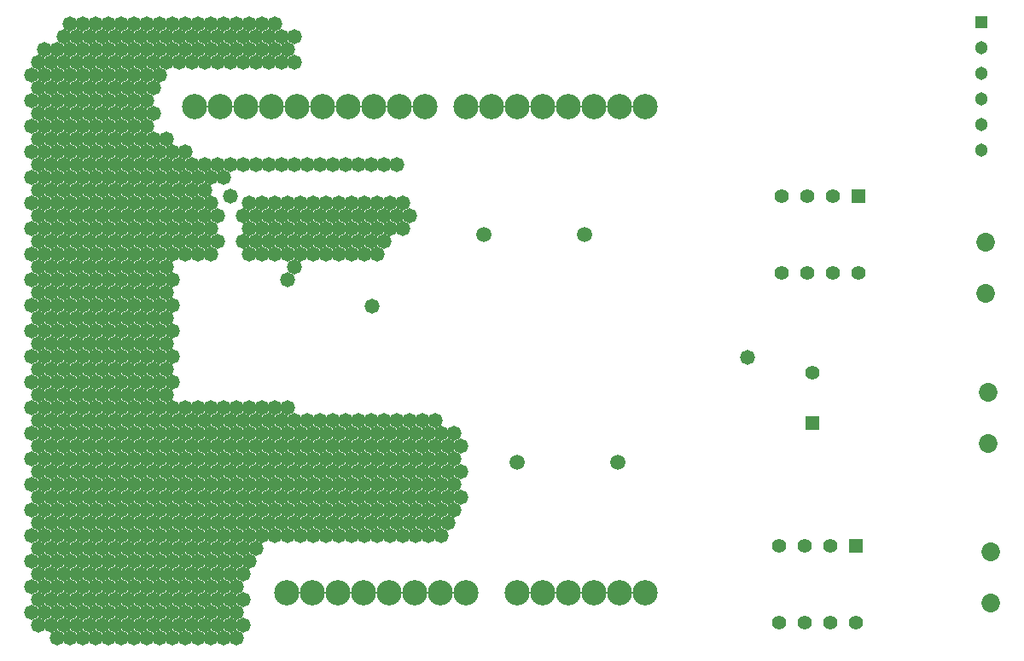
<source format=gbr>
G04*
G04 #@! TF.GenerationSoftware,Altium Limited,Altium Designer,24.10.1 (45)*
G04*
G04 Layer_Color=16711935*
%FSLAX44Y44*%
%MOMM*%
G71*
G04*
G04 #@! TF.SameCoordinates,6965692F-E9A8-49B1-8EC0-743354621B2D*
G04*
G04*
G04 #@! TF.FilePolarity,Negative*
G04*
G01*
G75*
%ADD22C,1.5032*%
%ADD23C,2.5032*%
%ADD24R,1.3032X1.3032*%
%ADD25C,1.3032*%
%ADD26C,1.8532*%
%ADD27R,1.4032X1.4032*%
%ADD28C,1.4032*%
%ADD29C,1.4732*%
D22*
X1170610Y869950D02*
D03*
X1070610D02*
D03*
X1103630Y643890D02*
D03*
X1203630D02*
D03*
D23*
X1052830Y996950D02*
D03*
X1078230D02*
D03*
X1103630D02*
D03*
X1129030D02*
D03*
X1154430D02*
D03*
X1179830D02*
D03*
X1205230D02*
D03*
X1230630D02*
D03*
X783590D02*
D03*
X808990D02*
D03*
X834390D02*
D03*
X859790D02*
D03*
X885190D02*
D03*
X910590D02*
D03*
X935990D02*
D03*
X961390D02*
D03*
X986790D02*
D03*
X1012190D02*
D03*
X1230630Y514350D02*
D03*
X1205230D02*
D03*
X1179830D02*
D03*
X1154430D02*
D03*
X1129030D02*
D03*
X1103630D02*
D03*
X1052830D02*
D03*
X1027430D02*
D03*
X1002030D02*
D03*
X976630D02*
D03*
X951230D02*
D03*
X925830D02*
D03*
X900430D02*
D03*
X875030D02*
D03*
D24*
X1564640Y1080770D02*
D03*
D25*
Y1055370D02*
D03*
Y1029970D02*
D03*
Y1004570D02*
D03*
Y979170D02*
D03*
Y953770D02*
D03*
D26*
X1570990Y662940D02*
D03*
Y713740D02*
D03*
X1568450Y811530D02*
D03*
Y862330D02*
D03*
X1573530Y504190D02*
D03*
Y554990D02*
D03*
D27*
X1397000Y683260D02*
D03*
X1442720Y908050D02*
D03*
X1440180Y561340D02*
D03*
D28*
X1397000Y733260D02*
D03*
X1442720Y831850D02*
D03*
X1417320D02*
D03*
X1391920D02*
D03*
X1366520D02*
D03*
Y908050D02*
D03*
X1391920D02*
D03*
X1417320D02*
D03*
X1440180Y485140D02*
D03*
X1414780D02*
D03*
X1389380D02*
D03*
X1363980D02*
D03*
Y561340D02*
D03*
X1389380D02*
D03*
X1414780D02*
D03*
D29*
X1041400Y673100D02*
D03*
X1047750Y660400D02*
D03*
X1041400Y647700D02*
D03*
X1047750Y635000D02*
D03*
X1041400Y622300D02*
D03*
X1047750Y609600D02*
D03*
X1041400Y596900D02*
D03*
X1028700Y673100D02*
D03*
X1035050Y660400D02*
D03*
X1028700Y647700D02*
D03*
X1035050Y635000D02*
D03*
X1028700Y622300D02*
D03*
X1035050Y609600D02*
D03*
X1028700Y596900D02*
D03*
X1035050Y584200D02*
D03*
X1028700Y571500D02*
D03*
X1022350Y685800D02*
D03*
X1016000Y673100D02*
D03*
X1022350Y660400D02*
D03*
X1016000Y647700D02*
D03*
X1022350Y635000D02*
D03*
X1016000Y622300D02*
D03*
X1022350Y609600D02*
D03*
X1016000Y596900D02*
D03*
X1022350Y584200D02*
D03*
X1016000Y571500D02*
D03*
X1009650Y685800D02*
D03*
X1003300Y673100D02*
D03*
X1009650Y660400D02*
D03*
X1003300Y647700D02*
D03*
X1009650Y635000D02*
D03*
X1003300Y622300D02*
D03*
X1009650Y609600D02*
D03*
X1003300Y596900D02*
D03*
X1009650Y584200D02*
D03*
X1003300Y571500D02*
D03*
X990600Y901700D02*
D03*
X996950Y889000D02*
D03*
X990600Y876300D02*
D03*
X996950Y685800D02*
D03*
X990600Y673100D02*
D03*
X996950Y660400D02*
D03*
X990600Y647700D02*
D03*
X996950Y635000D02*
D03*
X990600Y622300D02*
D03*
X996950Y609600D02*
D03*
X990600Y596900D02*
D03*
X996950Y584200D02*
D03*
X990600Y571500D02*
D03*
X984250Y939800D02*
D03*
X977900Y901700D02*
D03*
X984250Y889000D02*
D03*
X977900Y876300D02*
D03*
X984250Y685800D02*
D03*
X977900Y673100D02*
D03*
X984250Y660400D02*
D03*
X977900Y647700D02*
D03*
X984250Y635000D02*
D03*
X977900Y622300D02*
D03*
X984250Y609600D02*
D03*
X977900Y596900D02*
D03*
X984250Y584200D02*
D03*
X977900Y571500D02*
D03*
X971550Y939800D02*
D03*
X965200Y901700D02*
D03*
X971550Y889000D02*
D03*
X965200Y876300D02*
D03*
X971550Y863600D02*
D03*
X965200Y850900D02*
D03*
X971550Y685800D02*
D03*
X965200Y673100D02*
D03*
X971550Y660400D02*
D03*
X965200Y647700D02*
D03*
X971550Y635000D02*
D03*
X965200Y622300D02*
D03*
X971550Y609600D02*
D03*
X965200Y596900D02*
D03*
X971550Y584200D02*
D03*
X965200Y571500D02*
D03*
X958850Y939800D02*
D03*
X952500Y901700D02*
D03*
X958850Y889000D02*
D03*
X952500Y876300D02*
D03*
X958850Y863600D02*
D03*
X952500Y850900D02*
D03*
X958850Y685800D02*
D03*
X952500Y673100D02*
D03*
X958850Y660400D02*
D03*
X952500Y647700D02*
D03*
X958850Y635000D02*
D03*
X952500Y622300D02*
D03*
X958850Y609600D02*
D03*
X952500Y596900D02*
D03*
X958850Y584200D02*
D03*
X952500Y571500D02*
D03*
X946150Y939800D02*
D03*
X939800Y901700D02*
D03*
X946150Y889000D02*
D03*
X939800Y876300D02*
D03*
X946150Y863600D02*
D03*
X939800Y850900D02*
D03*
X946150Y685800D02*
D03*
X939800Y673100D02*
D03*
X946150Y660400D02*
D03*
X939800Y647700D02*
D03*
X946150Y635000D02*
D03*
X939800Y622300D02*
D03*
X946150Y609600D02*
D03*
X939800Y596900D02*
D03*
X946150Y584200D02*
D03*
X939800Y571500D02*
D03*
X933450Y939800D02*
D03*
X927100Y901700D02*
D03*
X933450Y889000D02*
D03*
X927100Y876300D02*
D03*
X933450Y863600D02*
D03*
X927100Y850900D02*
D03*
X933450Y685800D02*
D03*
X927100Y673100D02*
D03*
X933450Y660400D02*
D03*
X927100Y647700D02*
D03*
X933450Y635000D02*
D03*
X927100Y622300D02*
D03*
X933450Y609600D02*
D03*
X927100Y596900D02*
D03*
X933450Y584200D02*
D03*
X927100Y571500D02*
D03*
X920750Y939800D02*
D03*
X914400Y901700D02*
D03*
X920750Y889000D02*
D03*
X914400Y876300D02*
D03*
X920750Y863600D02*
D03*
X914400Y850900D02*
D03*
X920750Y685800D02*
D03*
X914400Y673100D02*
D03*
X920750Y660400D02*
D03*
X914400Y647700D02*
D03*
X920750Y635000D02*
D03*
X914400Y622300D02*
D03*
X920750Y609600D02*
D03*
X914400Y596900D02*
D03*
X920750Y584200D02*
D03*
X914400Y571500D02*
D03*
X908050Y939800D02*
D03*
X901700Y901700D02*
D03*
X908050Y889000D02*
D03*
X901700Y876300D02*
D03*
X908050Y863600D02*
D03*
X901700Y850900D02*
D03*
X908050Y685800D02*
D03*
X901700Y673100D02*
D03*
X908050Y660400D02*
D03*
X901700Y647700D02*
D03*
X908050Y635000D02*
D03*
X901700Y622300D02*
D03*
X908050Y609600D02*
D03*
X901700Y596900D02*
D03*
X908050Y584200D02*
D03*
X901700Y571500D02*
D03*
X895350Y939800D02*
D03*
X889000Y901700D02*
D03*
X895350Y889000D02*
D03*
X889000Y876300D02*
D03*
X895350Y863600D02*
D03*
X889000Y850900D02*
D03*
X895350Y685800D02*
D03*
X889000Y673100D02*
D03*
X895350Y660400D02*
D03*
X889000Y647700D02*
D03*
X895350Y635000D02*
D03*
X889000Y622300D02*
D03*
X895350Y609600D02*
D03*
X889000Y596900D02*
D03*
X895350Y584200D02*
D03*
X889000Y571500D02*
D03*
X882650Y1066800D02*
D03*
X876300Y1054100D02*
D03*
X882650Y1041400D02*
D03*
Y939800D02*
D03*
X876300Y901700D02*
D03*
X882650Y889000D02*
D03*
X876300Y876300D02*
D03*
X882650Y863600D02*
D03*
X876300Y850900D02*
D03*
X882650Y838200D02*
D03*
X876300Y825500D02*
D03*
Y698500D02*
D03*
X882650Y685800D02*
D03*
X876300Y673100D02*
D03*
X882650Y660400D02*
D03*
X876300Y647700D02*
D03*
X882650Y635000D02*
D03*
X876300Y622300D02*
D03*
X882650Y609600D02*
D03*
X876300Y596900D02*
D03*
X882650Y584200D02*
D03*
X876300Y571500D02*
D03*
X863600Y1079500D02*
D03*
X869950Y1066800D02*
D03*
X863600Y1054100D02*
D03*
X869950Y1041400D02*
D03*
Y939800D02*
D03*
X863600Y901700D02*
D03*
X869950Y889000D02*
D03*
X863600Y876300D02*
D03*
X869950Y863600D02*
D03*
X863600Y850900D02*
D03*
Y698500D02*
D03*
X869950Y685800D02*
D03*
X863600Y673100D02*
D03*
X869950Y660400D02*
D03*
X863600Y647700D02*
D03*
X869950Y635000D02*
D03*
X863600Y622300D02*
D03*
X869950Y609600D02*
D03*
X863600Y596900D02*
D03*
X869950Y584200D02*
D03*
X863600Y571500D02*
D03*
X850900Y1079500D02*
D03*
X857250Y1066800D02*
D03*
X850900Y1054100D02*
D03*
X857250Y1041400D02*
D03*
Y939800D02*
D03*
X850900Y901700D02*
D03*
X857250Y889000D02*
D03*
X850900Y876300D02*
D03*
X857250Y863600D02*
D03*
X850900Y850900D02*
D03*
Y698500D02*
D03*
X857250Y685800D02*
D03*
X850900Y673100D02*
D03*
X857250Y660400D02*
D03*
X850900Y647700D02*
D03*
X857250Y635000D02*
D03*
X850900Y622300D02*
D03*
X857250Y609600D02*
D03*
X850900Y596900D02*
D03*
X857250Y584200D02*
D03*
X850900Y571500D02*
D03*
X838200Y1079500D02*
D03*
X844550Y1066800D02*
D03*
X838200Y1054100D02*
D03*
X844550Y1041400D02*
D03*
Y939800D02*
D03*
X838200Y901700D02*
D03*
X844550Y889000D02*
D03*
X838200Y876300D02*
D03*
X844550Y863600D02*
D03*
X838200Y850900D02*
D03*
Y698500D02*
D03*
X844550Y685800D02*
D03*
X838200Y673100D02*
D03*
X844550Y660400D02*
D03*
X838200Y647700D02*
D03*
X844550Y635000D02*
D03*
X838200Y622300D02*
D03*
X844550Y609600D02*
D03*
X838200Y596900D02*
D03*
X844550Y584200D02*
D03*
X838200Y571500D02*
D03*
X844550Y558800D02*
D03*
X838200Y546100D02*
D03*
X825500Y1079500D02*
D03*
X831850Y1066800D02*
D03*
X825500Y1054100D02*
D03*
X831850Y1041400D02*
D03*
Y939800D02*
D03*
Y889000D02*
D03*
Y863600D02*
D03*
X825500Y698500D02*
D03*
X831850Y685800D02*
D03*
X825500Y673100D02*
D03*
X831850Y660400D02*
D03*
X825500Y647700D02*
D03*
X831850Y635000D02*
D03*
X825500Y622300D02*
D03*
X831850Y609600D02*
D03*
X825500Y596900D02*
D03*
X831850Y584200D02*
D03*
X825500Y571500D02*
D03*
X831850Y558800D02*
D03*
X825500Y546100D02*
D03*
X831850Y533400D02*
D03*
X825500Y520700D02*
D03*
X831850Y508000D02*
D03*
X825500Y495300D02*
D03*
X831850Y482600D02*
D03*
X825500Y469900D02*
D03*
X812800Y1079500D02*
D03*
X819150Y1066800D02*
D03*
X812800Y1054100D02*
D03*
X819150Y1041400D02*
D03*
Y939800D02*
D03*
X812800Y927100D02*
D03*
Y698500D02*
D03*
X819150Y685800D02*
D03*
X812800Y673100D02*
D03*
X819150Y660400D02*
D03*
X812800Y647700D02*
D03*
X819150Y635000D02*
D03*
X812800Y622300D02*
D03*
X819150Y609600D02*
D03*
X812800Y596900D02*
D03*
X819150Y584200D02*
D03*
X812800Y571500D02*
D03*
X819150Y558800D02*
D03*
X812800Y546100D02*
D03*
X819150Y533400D02*
D03*
X812800Y520700D02*
D03*
X819150Y508000D02*
D03*
X812800Y495300D02*
D03*
X819150Y482600D02*
D03*
X812800Y469900D02*
D03*
X800100Y1079500D02*
D03*
X806450Y1066800D02*
D03*
X800100Y1054100D02*
D03*
X806450Y1041400D02*
D03*
Y939800D02*
D03*
X800100Y927100D02*
D03*
Y901700D02*
D03*
X806450Y889000D02*
D03*
X800100Y876300D02*
D03*
X806450Y863600D02*
D03*
X800100Y850900D02*
D03*
Y698500D02*
D03*
X806450Y685800D02*
D03*
X800100Y673100D02*
D03*
X806450Y660400D02*
D03*
X800100Y647700D02*
D03*
X806450Y635000D02*
D03*
X800100Y622300D02*
D03*
X806450Y609600D02*
D03*
X800100Y596900D02*
D03*
X806450Y584200D02*
D03*
X800100Y571500D02*
D03*
X806450Y558800D02*
D03*
X800100Y546100D02*
D03*
X806450Y533400D02*
D03*
X800100Y520700D02*
D03*
X806450Y508000D02*
D03*
X800100Y495300D02*
D03*
X806450Y482600D02*
D03*
X800100Y469900D02*
D03*
X787400Y1079500D02*
D03*
X793750Y1066800D02*
D03*
X787400Y1054100D02*
D03*
X793750Y1041400D02*
D03*
Y939800D02*
D03*
X787400Y927100D02*
D03*
X793750Y914400D02*
D03*
X787400Y901700D02*
D03*
X793750Y889000D02*
D03*
X787400Y876300D02*
D03*
X793750Y863600D02*
D03*
X787400Y850900D02*
D03*
Y698500D02*
D03*
X793750Y685800D02*
D03*
X787400Y673100D02*
D03*
X793750Y660400D02*
D03*
X787400Y647700D02*
D03*
X793750Y635000D02*
D03*
X787400Y622300D02*
D03*
X793750Y609600D02*
D03*
X787400Y596900D02*
D03*
X793750Y584200D02*
D03*
X787400Y571500D02*
D03*
X793750Y558800D02*
D03*
X787400Y546100D02*
D03*
X793750Y533400D02*
D03*
X787400Y520700D02*
D03*
X793750Y508000D02*
D03*
X787400Y495300D02*
D03*
X793750Y482600D02*
D03*
X787400Y469900D02*
D03*
X774700Y1079500D02*
D03*
X781050Y1066800D02*
D03*
X774700Y1054100D02*
D03*
X781050Y1041400D02*
D03*
X774700Y952500D02*
D03*
X781050Y939800D02*
D03*
X774700Y927100D02*
D03*
X781050Y914400D02*
D03*
X774700Y901700D02*
D03*
X781050Y889000D02*
D03*
X774700Y876300D02*
D03*
X781050Y863600D02*
D03*
X774700Y850900D02*
D03*
Y698500D02*
D03*
X781050Y685800D02*
D03*
X774700Y673100D02*
D03*
X781050Y660400D02*
D03*
X774700Y647700D02*
D03*
X781050Y635000D02*
D03*
X774700Y622300D02*
D03*
X781050Y609600D02*
D03*
X774700Y596900D02*
D03*
X781050Y584200D02*
D03*
X774700Y571500D02*
D03*
X781050Y558800D02*
D03*
X774700Y546100D02*
D03*
X781050Y533400D02*
D03*
X774700Y520700D02*
D03*
X781050Y508000D02*
D03*
X774700Y495300D02*
D03*
X781050Y482600D02*
D03*
X774700Y469900D02*
D03*
X762000Y1079500D02*
D03*
X768350Y1066800D02*
D03*
X762000Y1054100D02*
D03*
X768350Y1041400D02*
D03*
X762000Y952500D02*
D03*
X768350Y939800D02*
D03*
X762000Y927100D02*
D03*
X768350Y914400D02*
D03*
X762000Y901700D02*
D03*
X768350Y889000D02*
D03*
X762000Y876300D02*
D03*
X768350Y863600D02*
D03*
X762000Y850900D02*
D03*
Y825500D02*
D03*
Y800100D02*
D03*
Y774700D02*
D03*
Y749300D02*
D03*
Y723900D02*
D03*
Y698500D02*
D03*
X768350Y685800D02*
D03*
X762000Y673100D02*
D03*
X768350Y660400D02*
D03*
X762000Y647700D02*
D03*
X768350Y635000D02*
D03*
X762000Y622300D02*
D03*
X768350Y609600D02*
D03*
X762000Y596900D02*
D03*
X768350Y584200D02*
D03*
X762000Y571500D02*
D03*
X768350Y558800D02*
D03*
X762000Y546100D02*
D03*
X768350Y533400D02*
D03*
X762000Y520700D02*
D03*
X768350Y508000D02*
D03*
X762000Y495300D02*
D03*
X768350Y482600D02*
D03*
X762000Y469900D02*
D03*
X749300Y1079500D02*
D03*
X755650Y1066800D02*
D03*
X749300Y1054100D02*
D03*
X755650Y1041400D02*
D03*
X749300Y1028700D02*
D03*
X755650Y965200D02*
D03*
X749300Y952500D02*
D03*
X755650Y939800D02*
D03*
X749300Y927100D02*
D03*
X755650Y914400D02*
D03*
X749300Y901700D02*
D03*
X755650Y889000D02*
D03*
X749300Y876300D02*
D03*
X755650Y863600D02*
D03*
X749300Y850900D02*
D03*
X755650Y838200D02*
D03*
X749300Y825500D02*
D03*
X755650Y812800D02*
D03*
X749300Y800100D02*
D03*
X755650Y787400D02*
D03*
X749300Y774700D02*
D03*
X755650Y762000D02*
D03*
X749300Y749300D02*
D03*
X755650Y736600D02*
D03*
X749300Y723900D02*
D03*
X755650Y711200D02*
D03*
X749300Y698500D02*
D03*
X755650Y685800D02*
D03*
X749300Y673100D02*
D03*
X755650Y660400D02*
D03*
X749300Y647700D02*
D03*
X755650Y635000D02*
D03*
X749300Y622300D02*
D03*
X755650Y609600D02*
D03*
X749300Y596900D02*
D03*
X755650Y584200D02*
D03*
X749300Y571500D02*
D03*
X755650Y558800D02*
D03*
X749300Y546100D02*
D03*
X755650Y533400D02*
D03*
X749300Y520700D02*
D03*
X755650Y508000D02*
D03*
X749300Y495300D02*
D03*
X755650Y482600D02*
D03*
X749300Y469900D02*
D03*
X736600Y1079500D02*
D03*
X742950Y1066800D02*
D03*
X736600Y1054100D02*
D03*
X742950Y1041400D02*
D03*
X736600Y1028700D02*
D03*
X742950Y1016000D02*
D03*
X736600Y1003300D02*
D03*
X742950Y990600D02*
D03*
X736600Y977900D02*
D03*
X742950Y965200D02*
D03*
X736600Y952500D02*
D03*
X742950Y939800D02*
D03*
X736600Y927100D02*
D03*
X742950Y914400D02*
D03*
X736600Y901700D02*
D03*
X742950Y889000D02*
D03*
X736600Y876300D02*
D03*
X742950Y863600D02*
D03*
X736600Y850900D02*
D03*
X742950Y838200D02*
D03*
X736600Y825500D02*
D03*
X742950Y812800D02*
D03*
X736600Y800100D02*
D03*
X742950Y787400D02*
D03*
X736600Y774700D02*
D03*
X742950Y762000D02*
D03*
X736600Y749300D02*
D03*
X742950Y736600D02*
D03*
X736600Y723900D02*
D03*
X742950Y711200D02*
D03*
X736600Y698500D02*
D03*
X742950Y685800D02*
D03*
X736600Y673100D02*
D03*
X742950Y660400D02*
D03*
X736600Y647700D02*
D03*
X742950Y635000D02*
D03*
X736600Y622300D02*
D03*
X742950Y609600D02*
D03*
X736600Y596900D02*
D03*
X742950Y584200D02*
D03*
X736600Y571500D02*
D03*
X742950Y558800D02*
D03*
X736600Y546100D02*
D03*
X742950Y533400D02*
D03*
X736600Y520700D02*
D03*
X742950Y508000D02*
D03*
X736600Y495300D02*
D03*
X742950Y482600D02*
D03*
X736600Y469900D02*
D03*
X723900Y1079500D02*
D03*
X730250Y1066800D02*
D03*
X723900Y1054100D02*
D03*
X730250Y1041400D02*
D03*
X723900Y1028700D02*
D03*
X730250Y1016000D02*
D03*
X723900Y1003300D02*
D03*
X730250Y990600D02*
D03*
X723900Y977900D02*
D03*
X730250Y965200D02*
D03*
X723900Y952500D02*
D03*
X730250Y939800D02*
D03*
X723900Y927100D02*
D03*
X730250Y914400D02*
D03*
X723900Y901700D02*
D03*
X730250Y889000D02*
D03*
X723900Y876300D02*
D03*
X730250Y863600D02*
D03*
X723900Y850900D02*
D03*
X730250Y838200D02*
D03*
X723900Y825500D02*
D03*
X730250Y812800D02*
D03*
X723900Y800100D02*
D03*
X730250Y787400D02*
D03*
X723900Y774700D02*
D03*
X730250Y762000D02*
D03*
X723900Y749300D02*
D03*
X730250Y736600D02*
D03*
X723900Y723900D02*
D03*
X730250Y711200D02*
D03*
X723900Y698500D02*
D03*
X730250Y685800D02*
D03*
X723900Y673100D02*
D03*
X730250Y660400D02*
D03*
X723900Y647700D02*
D03*
X730250Y635000D02*
D03*
X723900Y622300D02*
D03*
X730250Y609600D02*
D03*
X723900Y596900D02*
D03*
X730250Y584200D02*
D03*
X723900Y571500D02*
D03*
X730250Y558800D02*
D03*
X723900Y546100D02*
D03*
X730250Y533400D02*
D03*
X723900Y520700D02*
D03*
X730250Y508000D02*
D03*
X723900Y495300D02*
D03*
X730250Y482600D02*
D03*
X723900Y469900D02*
D03*
X711200Y1079500D02*
D03*
X717550Y1066800D02*
D03*
X711200Y1054100D02*
D03*
X717550Y1041400D02*
D03*
X711200Y1028700D02*
D03*
X717550Y1016000D02*
D03*
X711200Y1003300D02*
D03*
X717550Y990600D02*
D03*
X711200Y977900D02*
D03*
X717550Y965200D02*
D03*
X711200Y952500D02*
D03*
X717550Y939800D02*
D03*
X711200Y927100D02*
D03*
X717550Y914400D02*
D03*
X711200Y901700D02*
D03*
X717550Y889000D02*
D03*
X711200Y876300D02*
D03*
X717550Y863600D02*
D03*
X711200Y850900D02*
D03*
X717550Y838200D02*
D03*
X711200Y825500D02*
D03*
X717550Y812800D02*
D03*
X711200Y800100D02*
D03*
X717550Y787400D02*
D03*
X711200Y774700D02*
D03*
X717550Y762000D02*
D03*
X711200Y749300D02*
D03*
X717550Y736600D02*
D03*
X711200Y723900D02*
D03*
X717550Y711200D02*
D03*
X711200Y698500D02*
D03*
X717550Y685800D02*
D03*
X711200Y673100D02*
D03*
X717550Y660400D02*
D03*
X711200Y647700D02*
D03*
X717550Y635000D02*
D03*
X711200Y622300D02*
D03*
X717550Y609600D02*
D03*
X711200Y596900D02*
D03*
X717550Y584200D02*
D03*
X711200Y571500D02*
D03*
X717550Y558800D02*
D03*
X711200Y546100D02*
D03*
X717550Y533400D02*
D03*
X711200Y520700D02*
D03*
X717550Y508000D02*
D03*
X711200Y495300D02*
D03*
X717550Y482600D02*
D03*
X711200Y469900D02*
D03*
X698500Y1079500D02*
D03*
X704850Y1066800D02*
D03*
X698500Y1054100D02*
D03*
X704850Y1041400D02*
D03*
X698500Y1028700D02*
D03*
X704850Y1016000D02*
D03*
X698500Y1003300D02*
D03*
X704850Y990600D02*
D03*
X698500Y977900D02*
D03*
X704850Y965200D02*
D03*
X698500Y952500D02*
D03*
X704850Y939800D02*
D03*
X698500Y927100D02*
D03*
X704850Y914400D02*
D03*
X698500Y901700D02*
D03*
X704850Y889000D02*
D03*
X698500Y876300D02*
D03*
X704850Y863600D02*
D03*
X698500Y850900D02*
D03*
X704850Y838200D02*
D03*
X698500Y825500D02*
D03*
X704850Y812800D02*
D03*
X698500Y800100D02*
D03*
X704850Y787400D02*
D03*
X698500Y774700D02*
D03*
X704850Y762000D02*
D03*
X698500Y749300D02*
D03*
X704850Y736600D02*
D03*
X698500Y723900D02*
D03*
X704850Y711200D02*
D03*
X698500Y698500D02*
D03*
X704850Y685800D02*
D03*
X698500Y673100D02*
D03*
X704850Y660400D02*
D03*
X698500Y647700D02*
D03*
X704850Y635000D02*
D03*
X698500Y622300D02*
D03*
X704850Y609600D02*
D03*
X698500Y596900D02*
D03*
X704850Y584200D02*
D03*
X698500Y571500D02*
D03*
X704850Y558800D02*
D03*
X698500Y546100D02*
D03*
X704850Y533400D02*
D03*
X698500Y520700D02*
D03*
X704850Y508000D02*
D03*
X698500Y495300D02*
D03*
X704850Y482600D02*
D03*
X698500Y469900D02*
D03*
X685800Y1079500D02*
D03*
X692150Y1066800D02*
D03*
X685800Y1054100D02*
D03*
X692150Y1041400D02*
D03*
X685800Y1028700D02*
D03*
X692150Y1016000D02*
D03*
X685800Y1003300D02*
D03*
X692150Y990600D02*
D03*
X685800Y977900D02*
D03*
X692150Y965200D02*
D03*
X685800Y952500D02*
D03*
X692150Y939800D02*
D03*
X685800Y927100D02*
D03*
X692150Y914400D02*
D03*
X685800Y901700D02*
D03*
X692150Y889000D02*
D03*
X685800Y876300D02*
D03*
X692150Y863600D02*
D03*
X685800Y850900D02*
D03*
X692150Y838200D02*
D03*
X685800Y825500D02*
D03*
X692150Y812800D02*
D03*
X685800Y800100D02*
D03*
X692150Y787400D02*
D03*
X685800Y774700D02*
D03*
X692150Y762000D02*
D03*
X685800Y749300D02*
D03*
X692150Y736600D02*
D03*
X685800Y723900D02*
D03*
X692150Y711200D02*
D03*
X685800Y698500D02*
D03*
X692150Y685800D02*
D03*
X685800Y673100D02*
D03*
X692150Y660400D02*
D03*
X685800Y647700D02*
D03*
X692150Y635000D02*
D03*
X685800Y622300D02*
D03*
X692150Y609600D02*
D03*
X685800Y596900D02*
D03*
X692150Y584200D02*
D03*
X685800Y571500D02*
D03*
X692150Y558800D02*
D03*
X685800Y546100D02*
D03*
X692150Y533400D02*
D03*
X685800Y520700D02*
D03*
X692150Y508000D02*
D03*
X685800Y495300D02*
D03*
X692150Y482600D02*
D03*
X685800Y469900D02*
D03*
X673100Y1079500D02*
D03*
X679450Y1066800D02*
D03*
X673100Y1054100D02*
D03*
X679450Y1041400D02*
D03*
X673100Y1028700D02*
D03*
X679450Y1016000D02*
D03*
X673100Y1003300D02*
D03*
X679450Y990600D02*
D03*
X673100Y977900D02*
D03*
X679450Y965200D02*
D03*
X673100Y952500D02*
D03*
X679450Y939800D02*
D03*
X673100Y927100D02*
D03*
X679450Y914400D02*
D03*
X673100Y901700D02*
D03*
X679450Y889000D02*
D03*
X673100Y876300D02*
D03*
X679450Y863600D02*
D03*
X673100Y850900D02*
D03*
X679450Y838200D02*
D03*
X673100Y825500D02*
D03*
X679450Y812800D02*
D03*
X673100Y800100D02*
D03*
X679450Y787400D02*
D03*
X673100Y774700D02*
D03*
X679450Y762000D02*
D03*
X673100Y749300D02*
D03*
X679450Y736600D02*
D03*
X673100Y723900D02*
D03*
X679450Y711200D02*
D03*
X673100Y698500D02*
D03*
X679450Y685800D02*
D03*
X673100Y673100D02*
D03*
X679450Y660400D02*
D03*
X673100Y647700D02*
D03*
X679450Y635000D02*
D03*
X673100Y622300D02*
D03*
X679450Y609600D02*
D03*
X673100Y596900D02*
D03*
X679450Y584200D02*
D03*
X673100Y571500D02*
D03*
X679450Y558800D02*
D03*
X673100Y546100D02*
D03*
X679450Y533400D02*
D03*
X673100Y520700D02*
D03*
X679450Y508000D02*
D03*
X673100Y495300D02*
D03*
X679450Y482600D02*
D03*
X673100Y469900D02*
D03*
X660400Y1079500D02*
D03*
X666750Y1066800D02*
D03*
X660400Y1054100D02*
D03*
X666750Y1041400D02*
D03*
X660400Y1028700D02*
D03*
X666750Y1016000D02*
D03*
X660400Y1003300D02*
D03*
X666750Y990600D02*
D03*
X660400Y977900D02*
D03*
X666750Y965200D02*
D03*
X660400Y952500D02*
D03*
X666750Y939800D02*
D03*
X660400Y927100D02*
D03*
X666750Y914400D02*
D03*
X660400Y901700D02*
D03*
X666750Y889000D02*
D03*
X660400Y876300D02*
D03*
X666750Y863600D02*
D03*
X660400Y850900D02*
D03*
X666750Y838200D02*
D03*
X660400Y825500D02*
D03*
X666750Y812800D02*
D03*
X660400Y800100D02*
D03*
X666750Y787400D02*
D03*
X660400Y774700D02*
D03*
X666750Y762000D02*
D03*
X660400Y749300D02*
D03*
X666750Y736600D02*
D03*
X660400Y723900D02*
D03*
X666750Y711200D02*
D03*
X660400Y698500D02*
D03*
X666750Y685800D02*
D03*
X660400Y673100D02*
D03*
X666750Y660400D02*
D03*
X660400Y647700D02*
D03*
X666750Y635000D02*
D03*
X660400Y622300D02*
D03*
X666750Y609600D02*
D03*
X660400Y596900D02*
D03*
X666750Y584200D02*
D03*
X660400Y571500D02*
D03*
X666750Y558800D02*
D03*
X660400Y546100D02*
D03*
X666750Y533400D02*
D03*
X660400Y520700D02*
D03*
X666750Y508000D02*
D03*
X660400Y495300D02*
D03*
X666750Y482600D02*
D03*
X660400Y469900D02*
D03*
X654050Y1066800D02*
D03*
X647700Y1054100D02*
D03*
X654050Y1041400D02*
D03*
X647700Y1028700D02*
D03*
X654050Y1016000D02*
D03*
X647700Y1003300D02*
D03*
X654050Y990600D02*
D03*
X647700Y977900D02*
D03*
X654050Y965200D02*
D03*
X647700Y952500D02*
D03*
X654050Y939800D02*
D03*
X647700Y927100D02*
D03*
X654050Y914400D02*
D03*
X647700Y901700D02*
D03*
X654050Y889000D02*
D03*
X647700Y876300D02*
D03*
X654050Y863600D02*
D03*
X647700Y850900D02*
D03*
X654050Y838200D02*
D03*
X647700Y825500D02*
D03*
X654050Y812800D02*
D03*
X647700Y800100D02*
D03*
X654050Y787400D02*
D03*
X647700Y774700D02*
D03*
X654050Y762000D02*
D03*
X647700Y749300D02*
D03*
X654050Y736600D02*
D03*
X647700Y723900D02*
D03*
X654050Y711200D02*
D03*
X647700Y698500D02*
D03*
X654050Y685800D02*
D03*
X647700Y673100D02*
D03*
X654050Y660400D02*
D03*
X647700Y647700D02*
D03*
X654050Y635000D02*
D03*
X647700Y622300D02*
D03*
X654050Y609600D02*
D03*
X647700Y596900D02*
D03*
X654050Y584200D02*
D03*
X647700Y571500D02*
D03*
X654050Y558800D02*
D03*
X647700Y546100D02*
D03*
X654050Y533400D02*
D03*
X647700Y520700D02*
D03*
X654050Y508000D02*
D03*
X647700Y495300D02*
D03*
X654050Y482600D02*
D03*
X647700Y469900D02*
D03*
X635000Y1054100D02*
D03*
X641350Y1041400D02*
D03*
X635000Y1028700D02*
D03*
X641350Y1016000D02*
D03*
X635000Y1003300D02*
D03*
X641350Y990600D02*
D03*
X635000Y977900D02*
D03*
X641350Y965200D02*
D03*
X635000Y952500D02*
D03*
X641350Y939800D02*
D03*
X635000Y927100D02*
D03*
X641350Y914400D02*
D03*
X635000Y901700D02*
D03*
X641350Y889000D02*
D03*
X635000Y876300D02*
D03*
X641350Y863600D02*
D03*
X635000Y850900D02*
D03*
X641350Y838200D02*
D03*
X635000Y825500D02*
D03*
X641350Y812800D02*
D03*
X635000Y800100D02*
D03*
X641350Y787400D02*
D03*
X635000Y774700D02*
D03*
X641350Y762000D02*
D03*
X635000Y749300D02*
D03*
X641350Y736600D02*
D03*
X635000Y723900D02*
D03*
X641350Y711200D02*
D03*
X635000Y698500D02*
D03*
X641350Y685800D02*
D03*
X635000Y673100D02*
D03*
X641350Y660400D02*
D03*
X635000Y647700D02*
D03*
X641350Y635000D02*
D03*
X635000Y622300D02*
D03*
X641350Y609600D02*
D03*
X635000Y596900D02*
D03*
X641350Y584200D02*
D03*
X635000Y571500D02*
D03*
X641350Y558800D02*
D03*
X635000Y546100D02*
D03*
X641350Y533400D02*
D03*
X635000Y520700D02*
D03*
X641350Y508000D02*
D03*
X635000Y495300D02*
D03*
X641350Y482600D02*
D03*
X628650Y1041400D02*
D03*
X622300Y1028700D02*
D03*
X628650Y1016000D02*
D03*
X622300Y1003300D02*
D03*
X628650Y990600D02*
D03*
X622300Y977900D02*
D03*
X628650Y965200D02*
D03*
X622300Y952500D02*
D03*
X628650Y939800D02*
D03*
X622300Y927100D02*
D03*
X628650Y914400D02*
D03*
X622300Y901700D02*
D03*
X628650Y889000D02*
D03*
X622300Y876300D02*
D03*
X628650Y863600D02*
D03*
X622300Y850900D02*
D03*
X628650Y838200D02*
D03*
X622300Y825500D02*
D03*
X628650Y812800D02*
D03*
X622300Y800100D02*
D03*
X628650Y787400D02*
D03*
X622300Y774700D02*
D03*
X628650Y762000D02*
D03*
X622300Y749300D02*
D03*
X628650Y736600D02*
D03*
X622300Y723900D02*
D03*
X628650Y711200D02*
D03*
X622300Y698500D02*
D03*
X628650Y685800D02*
D03*
X622300Y673100D02*
D03*
X628650Y660400D02*
D03*
X622300Y647700D02*
D03*
X628650Y635000D02*
D03*
X622300Y622300D02*
D03*
X628650Y609600D02*
D03*
X622300Y596900D02*
D03*
X628650Y584200D02*
D03*
X622300Y571500D02*
D03*
X628650Y558800D02*
D03*
X622300Y546100D02*
D03*
X628650Y533400D02*
D03*
X622300Y520700D02*
D03*
X628650Y508000D02*
D03*
X622300Y495300D02*
D03*
X628650Y482600D02*
D03*
X1332230Y748030D02*
D03*
X819150Y908050D02*
D03*
X960120Y798830D02*
D03*
M02*

</source>
